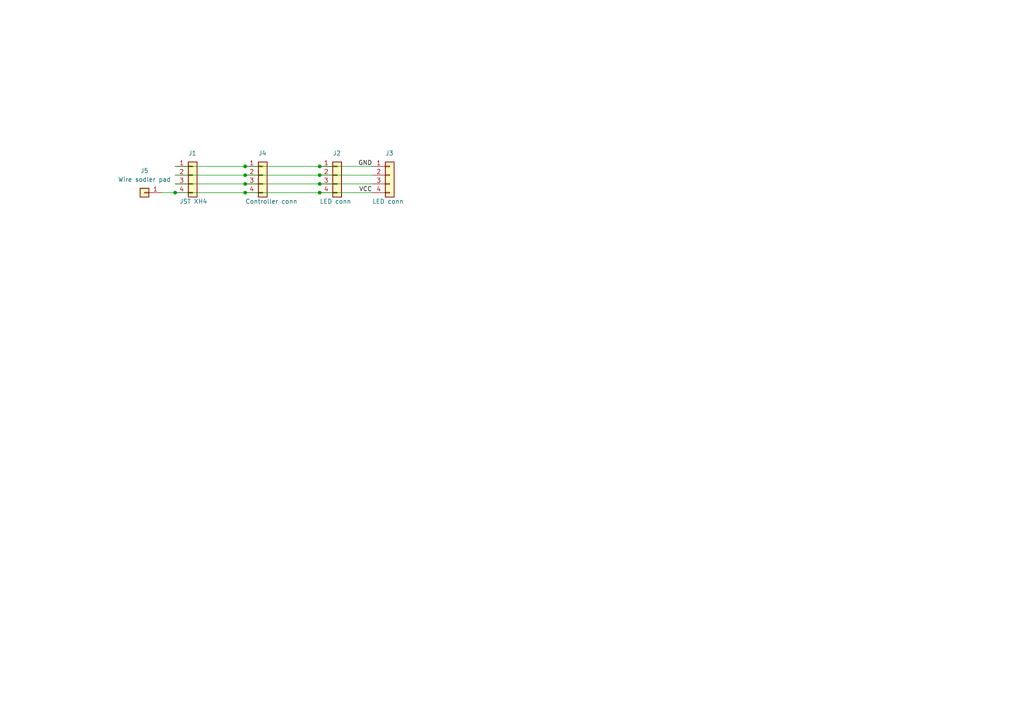
<source format=kicad_sch>
(kicad_sch (version 20211123) (generator eeschema)
  (paper "A4")
  (lib_symbols
    (symbol "Connector_Generic:Conn_01x01" (pin_names (offset 1.016) hide)
      (property "Reference" "J" (at 0 2.54 0))
      (property "Value" "Conn_01x01" (at 0 -2.54 0))
      (symbol "Conn_01x01_1_1"
        (rectangle (start -1.27 0.127) (end 0 -0.127) (stroke (width 0.1524)))
        (rectangle (start -1.27 1.27) (end 1.27 -1.27) (stroke (width 0.254)) (fill (type background)))
        (pin passive line (at -5.08 0 0) (length 3.81) (name "Pin_1") (number "1"))
      )
    )
    (symbol "Connector_Generic:Conn_01x04" (pin_names (offset 1.016) hide)
      (property "Reference" "J" (at 0 5.08 0))
      (property "Value" "Conn_01x04" (at 0 -7.62 0))
      (symbol "Conn_01x04_1_1"
        (rectangle (start -1.27 -4.953) (end 0 -5.207) (stroke (width 0.1524)))
        (rectangle (start -1.27 -2.413) (end 0 -2.667) (stroke (width 0.1524)))
        (rectangle (start -1.27 0.127) (end 0 -0.127) (stroke (width 0.1524)))
        (rectangle (start -1.27 2.667) (end 0 2.413) (stroke (width 0.1524)))
        (rectangle (start -1.27 3.81) (end 1.27 -6.35) (stroke (width 0.254)) (fill (type background)))
        (pin passive line (at -5.08 2.54 0) (length 3.81) (name "Pin_1") (number "1"))
        (pin passive line (at -5.08 0 0) (length 3.81) (name "Pin_2") (number "2"))
        (pin passive line (at -5.08 -2.54 0) (length 3.81) (name "Pin_3") (number "3"))
        (pin passive line (at -5.08 -5.08 0) (length 3.81) (name "Pin_4") (number "4"))
      )
    )
  )
  (junction (at 71.12 53.34))
  (junction (at 92.71 55.88))
  (junction (at 71.12 48.26))
  (junction (at 92.71 53.34))
  (junction (at 71.12 55.88))
  (junction (at 92.71 50.8))
  (junction (at 50.8 55.88))
  (junction (at 71.12 50.8))
  (junction (at 92.71 48.26))
  (wire (pts (xy 46.99 55.88) (xy 50.8 55.88)))
  (wire (pts (xy 50.8 50.8) (xy 71.12 50.8)))
  (wire (pts (xy 71.12 55.88) (xy 92.71 55.88)))
  (wire (pts (xy 50.8 55.88) (xy 71.12 55.88)))
  (wire (pts (xy 71.12 48.26) (xy 92.71 48.26)))
  (wire (pts (xy 71.12 50.8) (xy 92.71 50.8)))
  (wire (pts (xy 50.8 48.26) (xy 71.12 48.26)))
  (wire (pts (xy 92.71 50.8) (xy 107.95 50.8)))
  (wire (pts (xy 92.71 55.88) (xy 107.95 55.88)))
  (wire (pts (xy 92.71 53.34) (xy 107.95 53.34)))
  (wire (pts (xy 71.12 53.34) (xy 92.71 53.34)))
  (wire (pts (xy 92.71 48.26) (xy 107.95 48.26)))
  (wire (pts (xy 50.8 53.34) (xy 71.12 53.34)))
  (label "VCC" (at 107.95 55.88 180))
  (label "GND" (at 107.95 48.26 180))
  (symbol (lib_id "Connector_Generic:Conn_01x04") (at 97.79 50.8 0) (unit 1)
    (property "Reference" "J2" (at 96.52 44.45 0) (effects (justify left)))
    (property "Value" "LED conn" (at 92.71 58.42 0) (effects (justify left)))
    (property "Footprint" "Shurik:connector-4p-generic-nosilk" (effects hide))
  )
  (symbol (lib_id "Connector_Generic:Conn_01x04") (at 113.03 50.8 0) (unit 1)
    (property "Reference" "J3" (at 111.76 44.45 0) (effects (justify left)))
    (property "Value" "LED conn" (at 107.95 58.42 0) (effects (justify left)))
    (property "Footprint" "Shurik:connector-4p-generic-nosilk" (effects hide))
  )
  (symbol (lib_id "Connector_Generic:Conn_01x04") (at 55.88 50.8 0) (unit 1)
    (property "Reference" "J1" (at 54.61 44.45 0) (effects (justify left)))
    (property "Value" "JST XH4" (at 52.07 58.42 0) (effects (justify left)))
    (property "Footprint" "Connector_JST:JST_XH_B4B-XH-A_1x04_P2.50mm_Vertical" (effects hide))
  )
  (symbol (lib_id "Connector_Generic:Conn_01x01") (at 41.91 55.88 180) (unit 1)
    (property "Reference" "J5" (at 41.91 49.53 0))
    (property "Value" "Wire sodler pad" (at 41.91 52.07 0))
    (property "Footprint" "TestPoint:TestPoint_Plated_Hole_D2.0mm" (effects hide))
  )
  (symbol (lib_id "Connector_Generic:Conn_01x04") (at 76.2 50.8 0) (unit 1)
    (property "Reference" "J4" (at 74.93 44.45 0) (effects (justify left)))
    (property "Value" "Controller conn" (at 71.12 58.42 0) (effects (justify left)))
    (property "Footprint" "Shurik:connector-4p-generic-nosilk" (effects hide))
  )
)
</source>
